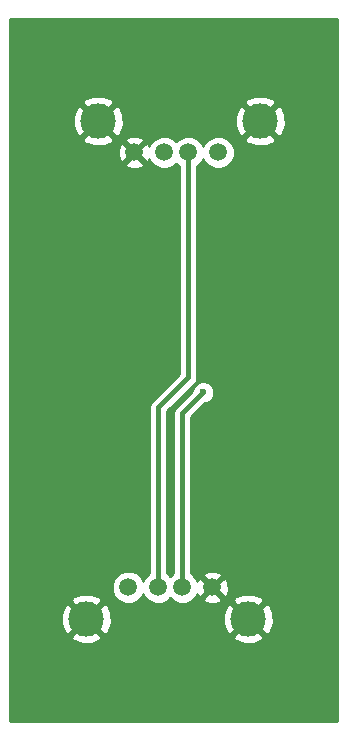
<source format=gtl>
G04 #@! TF.FileFunction,Copper,L1,Top,Signal*
%FSLAX46Y46*%
G04 Gerber Fmt 4.6, Leading zero omitted, Abs format (unit mm)*
G04 Created by KiCad (PCBNEW 4.0.4-stable) date 09/22/16 21:37:27*
%MOMM*%
%LPD*%
G01*
G04 APERTURE LIST*
%ADD10C,0.100000*%
%ADD11C,1.501140*%
%ADD12C,2.999740*%
%ADD13C,0.600000*%
%ADD14C,0.440000*%
%ADD15C,0.254000*%
G04 APERTURE END LIST*
D10*
D11*
X121412860Y-107947880D03*
X118872860Y-107947880D03*
X116840860Y-107947880D03*
X114300860Y-107947880D03*
D12*
X124460860Y-110614880D03*
X110744860Y-110614880D03*
D11*
X114807140Y-71122120D03*
X117347140Y-71122120D03*
X119379140Y-71122120D03*
X121919140Y-71122120D03*
D12*
X111759140Y-68455120D03*
X125475140Y-68455120D03*
D13*
X120650000Y-91440000D03*
D14*
X118872860Y-107947880D02*
X118872860Y-93217140D01*
X118872860Y-93217140D02*
X120650000Y-91440000D01*
X116840860Y-107947880D02*
X116840860Y-92709140D01*
X116840860Y-92709140D02*
X119379140Y-90170860D01*
X119379140Y-90170860D02*
X119379140Y-71122120D01*
D15*
G36*
X131953000Y-119253000D02*
X104267000Y-119253000D01*
X104267000Y-112128757D01*
X109410588Y-112128757D01*
X109570355Y-112447512D01*
X110361077Y-112757475D01*
X111210226Y-112741247D01*
X111919365Y-112447512D01*
X112079132Y-112128757D01*
X123126588Y-112128757D01*
X123286355Y-112447512D01*
X124077077Y-112757475D01*
X124926226Y-112741247D01*
X125635365Y-112447512D01*
X125795132Y-112128757D01*
X124460860Y-110794485D01*
X123126588Y-112128757D01*
X112079132Y-112128757D01*
X110744860Y-110794485D01*
X109410588Y-112128757D01*
X104267000Y-112128757D01*
X104267000Y-110231097D01*
X108602265Y-110231097D01*
X108618493Y-111080246D01*
X108912228Y-111789385D01*
X109230983Y-111949152D01*
X110565255Y-110614880D01*
X110924465Y-110614880D01*
X112258737Y-111949152D01*
X112577492Y-111789385D01*
X112887455Y-110998663D01*
X112872787Y-110231097D01*
X122318265Y-110231097D01*
X122334493Y-111080246D01*
X122628228Y-111789385D01*
X122946983Y-111949152D01*
X124281255Y-110614880D01*
X124640465Y-110614880D01*
X125974737Y-111949152D01*
X126293492Y-111789385D01*
X126603455Y-110998663D01*
X126587227Y-110149514D01*
X126293492Y-109440375D01*
X125974737Y-109280608D01*
X124640465Y-110614880D01*
X124281255Y-110614880D01*
X122946983Y-109280608D01*
X122628228Y-109440375D01*
X122318265Y-110231097D01*
X112872787Y-110231097D01*
X112871227Y-110149514D01*
X112577492Y-109440375D01*
X112258737Y-109280608D01*
X110924465Y-110614880D01*
X110565255Y-110614880D01*
X109230983Y-109280608D01*
X108912228Y-109440375D01*
X108602265Y-110231097D01*
X104267000Y-110231097D01*
X104267000Y-109101003D01*
X109410588Y-109101003D01*
X110744860Y-110435275D01*
X112079132Y-109101003D01*
X111919365Y-108782248D01*
X111128643Y-108472285D01*
X110279494Y-108488513D01*
X109570355Y-108782248D01*
X109410588Y-109101003D01*
X104267000Y-109101003D01*
X104267000Y-108222278D01*
X112915050Y-108222278D01*
X113125546Y-108731717D01*
X113514973Y-109121824D01*
X114024044Y-109333209D01*
X114575258Y-109333690D01*
X115084697Y-109123194D01*
X115474804Y-108733767D01*
X115570835Y-108502499D01*
X115665546Y-108731717D01*
X116054973Y-109121824D01*
X116564044Y-109333209D01*
X117115258Y-109333690D01*
X117624697Y-109123194D01*
X117856923Y-108891373D01*
X118086973Y-109121824D01*
X118596044Y-109333209D01*
X119147258Y-109333690D01*
X119656697Y-109123194D01*
X119860436Y-108919810D01*
X120620535Y-108919810D01*
X120688595Y-109160811D01*
X121207894Y-109345647D01*
X121758398Y-109317685D01*
X122137125Y-109160811D01*
X122154015Y-109101003D01*
X123126588Y-109101003D01*
X124460860Y-110435275D01*
X125795132Y-109101003D01*
X125635365Y-108782248D01*
X124844643Y-108472285D01*
X123995494Y-108488513D01*
X123286355Y-108782248D01*
X123126588Y-109101003D01*
X122154015Y-109101003D01*
X122205185Y-108919810D01*
X121412860Y-108127485D01*
X120620535Y-108919810D01*
X119860436Y-108919810D01*
X120046804Y-108733767D01*
X120136239Y-108518384D01*
X120199929Y-108672145D01*
X120440930Y-108740205D01*
X121233255Y-107947880D01*
X121592465Y-107947880D01*
X122384790Y-108740205D01*
X122625791Y-108672145D01*
X122810627Y-108152846D01*
X122782665Y-107602342D01*
X122625791Y-107223615D01*
X122384790Y-107155555D01*
X121592465Y-107947880D01*
X121233255Y-107947880D01*
X120440930Y-107155555D01*
X120199929Y-107223615D01*
X120141091Y-107388920D01*
X120048174Y-107164043D01*
X119860409Y-106975950D01*
X120620535Y-106975950D01*
X121412860Y-107768275D01*
X122205185Y-106975950D01*
X122137125Y-106734949D01*
X121617826Y-106550113D01*
X121067322Y-106578075D01*
X120688595Y-106734949D01*
X120620535Y-106975950D01*
X119860409Y-106975950D01*
X119658747Y-106773936D01*
X119632860Y-106763187D01*
X119632860Y-93531942D01*
X120789680Y-92375122D01*
X120835167Y-92375162D01*
X121178943Y-92233117D01*
X121442192Y-91970327D01*
X121584838Y-91626799D01*
X121585162Y-91254833D01*
X121443117Y-90911057D01*
X121180327Y-90647808D01*
X120836799Y-90505162D01*
X120464833Y-90504838D01*
X120121057Y-90646883D01*
X119857808Y-90909673D01*
X119715162Y-91253201D01*
X119715121Y-91300076D01*
X118335459Y-92679739D01*
X118170712Y-92926301D01*
X118112860Y-93217140D01*
X118112860Y-106762717D01*
X118089023Y-106772566D01*
X117856797Y-107004387D01*
X117626747Y-106773936D01*
X117600860Y-106763187D01*
X117600860Y-93023942D01*
X119916541Y-90708261D01*
X120081288Y-90461699D01*
X120139140Y-90170860D01*
X120139140Y-72307283D01*
X120162977Y-72297434D01*
X120553084Y-71908007D01*
X120649115Y-71676739D01*
X120743826Y-71905957D01*
X121133253Y-72296064D01*
X121642324Y-72507449D01*
X122193538Y-72507930D01*
X122702977Y-72297434D01*
X123093084Y-71908007D01*
X123304469Y-71398936D01*
X123304950Y-70847722D01*
X123094454Y-70338283D01*
X122725812Y-69968997D01*
X124140868Y-69968997D01*
X124300635Y-70287752D01*
X125091357Y-70597715D01*
X125940506Y-70581487D01*
X126649645Y-70287752D01*
X126809412Y-69968997D01*
X125475140Y-68634725D01*
X124140868Y-69968997D01*
X122725812Y-69968997D01*
X122705027Y-69948176D01*
X122195956Y-69736791D01*
X121644742Y-69736310D01*
X121135303Y-69946806D01*
X120745196Y-70336233D01*
X120649165Y-70567501D01*
X120554454Y-70338283D01*
X120165027Y-69948176D01*
X119655956Y-69736791D01*
X119104742Y-69736310D01*
X118595303Y-69946806D01*
X118363077Y-70178627D01*
X118133027Y-69948176D01*
X117623956Y-69736791D01*
X117072742Y-69736310D01*
X116563303Y-69946806D01*
X116173196Y-70336233D01*
X116083761Y-70551616D01*
X116020071Y-70397855D01*
X115779070Y-70329795D01*
X114986745Y-71122120D01*
X115779070Y-71914445D01*
X116020071Y-71846385D01*
X116078909Y-71681080D01*
X116171826Y-71905957D01*
X116561253Y-72296064D01*
X117070324Y-72507449D01*
X117621538Y-72507930D01*
X118130977Y-72297434D01*
X118363203Y-72065613D01*
X118593253Y-72296064D01*
X118619140Y-72306813D01*
X118619140Y-89856058D01*
X116303459Y-92171739D01*
X116138712Y-92418301D01*
X116080860Y-92709140D01*
X116080860Y-106762717D01*
X116057023Y-106772566D01*
X115666916Y-107161993D01*
X115570885Y-107393261D01*
X115476174Y-107164043D01*
X115086747Y-106773936D01*
X114577676Y-106562551D01*
X114026462Y-106562070D01*
X113517023Y-106772566D01*
X113126916Y-107161993D01*
X112915531Y-107671064D01*
X112915050Y-108222278D01*
X104267000Y-108222278D01*
X104267000Y-72094050D01*
X114014815Y-72094050D01*
X114082875Y-72335051D01*
X114602174Y-72519887D01*
X115152678Y-72491925D01*
X115531405Y-72335051D01*
X115599465Y-72094050D01*
X114807140Y-71301725D01*
X114014815Y-72094050D01*
X104267000Y-72094050D01*
X104267000Y-70917154D01*
X113409373Y-70917154D01*
X113437335Y-71467658D01*
X113594209Y-71846385D01*
X113835210Y-71914445D01*
X114627535Y-71122120D01*
X113835210Y-70329795D01*
X113594209Y-70397855D01*
X113409373Y-70917154D01*
X104267000Y-70917154D01*
X104267000Y-69968997D01*
X110424868Y-69968997D01*
X110584635Y-70287752D01*
X111375357Y-70597715D01*
X112224506Y-70581487D01*
X112933645Y-70287752D01*
X113002594Y-70150190D01*
X114014815Y-70150190D01*
X114807140Y-70942515D01*
X115599465Y-70150190D01*
X115531405Y-69909189D01*
X115012106Y-69724353D01*
X114461602Y-69752315D01*
X114082875Y-69909189D01*
X114014815Y-70150190D01*
X113002594Y-70150190D01*
X113093412Y-69968997D01*
X111759140Y-68634725D01*
X110424868Y-69968997D01*
X104267000Y-69968997D01*
X104267000Y-68071337D01*
X109616545Y-68071337D01*
X109632773Y-68920486D01*
X109926508Y-69629625D01*
X110245263Y-69789392D01*
X111579535Y-68455120D01*
X111938745Y-68455120D01*
X113273017Y-69789392D01*
X113591772Y-69629625D01*
X113901735Y-68838903D01*
X113887067Y-68071337D01*
X123332545Y-68071337D01*
X123348773Y-68920486D01*
X123642508Y-69629625D01*
X123961263Y-69789392D01*
X125295535Y-68455120D01*
X125654745Y-68455120D01*
X126989017Y-69789392D01*
X127307772Y-69629625D01*
X127617735Y-68838903D01*
X127601507Y-67989754D01*
X127307772Y-67280615D01*
X126989017Y-67120848D01*
X125654745Y-68455120D01*
X125295535Y-68455120D01*
X123961263Y-67120848D01*
X123642508Y-67280615D01*
X123332545Y-68071337D01*
X113887067Y-68071337D01*
X113885507Y-67989754D01*
X113591772Y-67280615D01*
X113273017Y-67120848D01*
X111938745Y-68455120D01*
X111579535Y-68455120D01*
X110245263Y-67120848D01*
X109926508Y-67280615D01*
X109616545Y-68071337D01*
X104267000Y-68071337D01*
X104267000Y-66941243D01*
X110424868Y-66941243D01*
X111759140Y-68275515D01*
X113093412Y-66941243D01*
X124140868Y-66941243D01*
X125475140Y-68275515D01*
X126809412Y-66941243D01*
X126649645Y-66622488D01*
X125858923Y-66312525D01*
X125009774Y-66328753D01*
X124300635Y-66622488D01*
X124140868Y-66941243D01*
X113093412Y-66941243D01*
X112933645Y-66622488D01*
X112142923Y-66312525D01*
X111293774Y-66328753D01*
X110584635Y-66622488D01*
X110424868Y-66941243D01*
X104267000Y-66941243D01*
X104267000Y-59817000D01*
X131953000Y-59817000D01*
X131953000Y-119253000D01*
X131953000Y-119253000D01*
G37*
X131953000Y-119253000D02*
X104267000Y-119253000D01*
X104267000Y-112128757D01*
X109410588Y-112128757D01*
X109570355Y-112447512D01*
X110361077Y-112757475D01*
X111210226Y-112741247D01*
X111919365Y-112447512D01*
X112079132Y-112128757D01*
X123126588Y-112128757D01*
X123286355Y-112447512D01*
X124077077Y-112757475D01*
X124926226Y-112741247D01*
X125635365Y-112447512D01*
X125795132Y-112128757D01*
X124460860Y-110794485D01*
X123126588Y-112128757D01*
X112079132Y-112128757D01*
X110744860Y-110794485D01*
X109410588Y-112128757D01*
X104267000Y-112128757D01*
X104267000Y-110231097D01*
X108602265Y-110231097D01*
X108618493Y-111080246D01*
X108912228Y-111789385D01*
X109230983Y-111949152D01*
X110565255Y-110614880D01*
X110924465Y-110614880D01*
X112258737Y-111949152D01*
X112577492Y-111789385D01*
X112887455Y-110998663D01*
X112872787Y-110231097D01*
X122318265Y-110231097D01*
X122334493Y-111080246D01*
X122628228Y-111789385D01*
X122946983Y-111949152D01*
X124281255Y-110614880D01*
X124640465Y-110614880D01*
X125974737Y-111949152D01*
X126293492Y-111789385D01*
X126603455Y-110998663D01*
X126587227Y-110149514D01*
X126293492Y-109440375D01*
X125974737Y-109280608D01*
X124640465Y-110614880D01*
X124281255Y-110614880D01*
X122946983Y-109280608D01*
X122628228Y-109440375D01*
X122318265Y-110231097D01*
X112872787Y-110231097D01*
X112871227Y-110149514D01*
X112577492Y-109440375D01*
X112258737Y-109280608D01*
X110924465Y-110614880D01*
X110565255Y-110614880D01*
X109230983Y-109280608D01*
X108912228Y-109440375D01*
X108602265Y-110231097D01*
X104267000Y-110231097D01*
X104267000Y-109101003D01*
X109410588Y-109101003D01*
X110744860Y-110435275D01*
X112079132Y-109101003D01*
X111919365Y-108782248D01*
X111128643Y-108472285D01*
X110279494Y-108488513D01*
X109570355Y-108782248D01*
X109410588Y-109101003D01*
X104267000Y-109101003D01*
X104267000Y-108222278D01*
X112915050Y-108222278D01*
X113125546Y-108731717D01*
X113514973Y-109121824D01*
X114024044Y-109333209D01*
X114575258Y-109333690D01*
X115084697Y-109123194D01*
X115474804Y-108733767D01*
X115570835Y-108502499D01*
X115665546Y-108731717D01*
X116054973Y-109121824D01*
X116564044Y-109333209D01*
X117115258Y-109333690D01*
X117624697Y-109123194D01*
X117856923Y-108891373D01*
X118086973Y-109121824D01*
X118596044Y-109333209D01*
X119147258Y-109333690D01*
X119656697Y-109123194D01*
X119860436Y-108919810D01*
X120620535Y-108919810D01*
X120688595Y-109160811D01*
X121207894Y-109345647D01*
X121758398Y-109317685D01*
X122137125Y-109160811D01*
X122154015Y-109101003D01*
X123126588Y-109101003D01*
X124460860Y-110435275D01*
X125795132Y-109101003D01*
X125635365Y-108782248D01*
X124844643Y-108472285D01*
X123995494Y-108488513D01*
X123286355Y-108782248D01*
X123126588Y-109101003D01*
X122154015Y-109101003D01*
X122205185Y-108919810D01*
X121412860Y-108127485D01*
X120620535Y-108919810D01*
X119860436Y-108919810D01*
X120046804Y-108733767D01*
X120136239Y-108518384D01*
X120199929Y-108672145D01*
X120440930Y-108740205D01*
X121233255Y-107947880D01*
X121592465Y-107947880D01*
X122384790Y-108740205D01*
X122625791Y-108672145D01*
X122810627Y-108152846D01*
X122782665Y-107602342D01*
X122625791Y-107223615D01*
X122384790Y-107155555D01*
X121592465Y-107947880D01*
X121233255Y-107947880D01*
X120440930Y-107155555D01*
X120199929Y-107223615D01*
X120141091Y-107388920D01*
X120048174Y-107164043D01*
X119860409Y-106975950D01*
X120620535Y-106975950D01*
X121412860Y-107768275D01*
X122205185Y-106975950D01*
X122137125Y-106734949D01*
X121617826Y-106550113D01*
X121067322Y-106578075D01*
X120688595Y-106734949D01*
X120620535Y-106975950D01*
X119860409Y-106975950D01*
X119658747Y-106773936D01*
X119632860Y-106763187D01*
X119632860Y-93531942D01*
X120789680Y-92375122D01*
X120835167Y-92375162D01*
X121178943Y-92233117D01*
X121442192Y-91970327D01*
X121584838Y-91626799D01*
X121585162Y-91254833D01*
X121443117Y-90911057D01*
X121180327Y-90647808D01*
X120836799Y-90505162D01*
X120464833Y-90504838D01*
X120121057Y-90646883D01*
X119857808Y-90909673D01*
X119715162Y-91253201D01*
X119715121Y-91300076D01*
X118335459Y-92679739D01*
X118170712Y-92926301D01*
X118112860Y-93217140D01*
X118112860Y-106762717D01*
X118089023Y-106772566D01*
X117856797Y-107004387D01*
X117626747Y-106773936D01*
X117600860Y-106763187D01*
X117600860Y-93023942D01*
X119916541Y-90708261D01*
X120081288Y-90461699D01*
X120139140Y-90170860D01*
X120139140Y-72307283D01*
X120162977Y-72297434D01*
X120553084Y-71908007D01*
X120649115Y-71676739D01*
X120743826Y-71905957D01*
X121133253Y-72296064D01*
X121642324Y-72507449D01*
X122193538Y-72507930D01*
X122702977Y-72297434D01*
X123093084Y-71908007D01*
X123304469Y-71398936D01*
X123304950Y-70847722D01*
X123094454Y-70338283D01*
X122725812Y-69968997D01*
X124140868Y-69968997D01*
X124300635Y-70287752D01*
X125091357Y-70597715D01*
X125940506Y-70581487D01*
X126649645Y-70287752D01*
X126809412Y-69968997D01*
X125475140Y-68634725D01*
X124140868Y-69968997D01*
X122725812Y-69968997D01*
X122705027Y-69948176D01*
X122195956Y-69736791D01*
X121644742Y-69736310D01*
X121135303Y-69946806D01*
X120745196Y-70336233D01*
X120649165Y-70567501D01*
X120554454Y-70338283D01*
X120165027Y-69948176D01*
X119655956Y-69736791D01*
X119104742Y-69736310D01*
X118595303Y-69946806D01*
X118363077Y-70178627D01*
X118133027Y-69948176D01*
X117623956Y-69736791D01*
X117072742Y-69736310D01*
X116563303Y-69946806D01*
X116173196Y-70336233D01*
X116083761Y-70551616D01*
X116020071Y-70397855D01*
X115779070Y-70329795D01*
X114986745Y-71122120D01*
X115779070Y-71914445D01*
X116020071Y-71846385D01*
X116078909Y-71681080D01*
X116171826Y-71905957D01*
X116561253Y-72296064D01*
X117070324Y-72507449D01*
X117621538Y-72507930D01*
X118130977Y-72297434D01*
X118363203Y-72065613D01*
X118593253Y-72296064D01*
X118619140Y-72306813D01*
X118619140Y-89856058D01*
X116303459Y-92171739D01*
X116138712Y-92418301D01*
X116080860Y-92709140D01*
X116080860Y-106762717D01*
X116057023Y-106772566D01*
X115666916Y-107161993D01*
X115570885Y-107393261D01*
X115476174Y-107164043D01*
X115086747Y-106773936D01*
X114577676Y-106562551D01*
X114026462Y-106562070D01*
X113517023Y-106772566D01*
X113126916Y-107161993D01*
X112915531Y-107671064D01*
X112915050Y-108222278D01*
X104267000Y-108222278D01*
X104267000Y-72094050D01*
X114014815Y-72094050D01*
X114082875Y-72335051D01*
X114602174Y-72519887D01*
X115152678Y-72491925D01*
X115531405Y-72335051D01*
X115599465Y-72094050D01*
X114807140Y-71301725D01*
X114014815Y-72094050D01*
X104267000Y-72094050D01*
X104267000Y-70917154D01*
X113409373Y-70917154D01*
X113437335Y-71467658D01*
X113594209Y-71846385D01*
X113835210Y-71914445D01*
X114627535Y-71122120D01*
X113835210Y-70329795D01*
X113594209Y-70397855D01*
X113409373Y-70917154D01*
X104267000Y-70917154D01*
X104267000Y-69968997D01*
X110424868Y-69968997D01*
X110584635Y-70287752D01*
X111375357Y-70597715D01*
X112224506Y-70581487D01*
X112933645Y-70287752D01*
X113002594Y-70150190D01*
X114014815Y-70150190D01*
X114807140Y-70942515D01*
X115599465Y-70150190D01*
X115531405Y-69909189D01*
X115012106Y-69724353D01*
X114461602Y-69752315D01*
X114082875Y-69909189D01*
X114014815Y-70150190D01*
X113002594Y-70150190D01*
X113093412Y-69968997D01*
X111759140Y-68634725D01*
X110424868Y-69968997D01*
X104267000Y-69968997D01*
X104267000Y-68071337D01*
X109616545Y-68071337D01*
X109632773Y-68920486D01*
X109926508Y-69629625D01*
X110245263Y-69789392D01*
X111579535Y-68455120D01*
X111938745Y-68455120D01*
X113273017Y-69789392D01*
X113591772Y-69629625D01*
X113901735Y-68838903D01*
X113887067Y-68071337D01*
X123332545Y-68071337D01*
X123348773Y-68920486D01*
X123642508Y-69629625D01*
X123961263Y-69789392D01*
X125295535Y-68455120D01*
X125654745Y-68455120D01*
X126989017Y-69789392D01*
X127307772Y-69629625D01*
X127617735Y-68838903D01*
X127601507Y-67989754D01*
X127307772Y-67280615D01*
X126989017Y-67120848D01*
X125654745Y-68455120D01*
X125295535Y-68455120D01*
X123961263Y-67120848D01*
X123642508Y-67280615D01*
X123332545Y-68071337D01*
X113887067Y-68071337D01*
X113885507Y-67989754D01*
X113591772Y-67280615D01*
X113273017Y-67120848D01*
X111938745Y-68455120D01*
X111579535Y-68455120D01*
X110245263Y-67120848D01*
X109926508Y-67280615D01*
X109616545Y-68071337D01*
X104267000Y-68071337D01*
X104267000Y-66941243D01*
X110424868Y-66941243D01*
X111759140Y-68275515D01*
X113093412Y-66941243D01*
X124140868Y-66941243D01*
X125475140Y-68275515D01*
X126809412Y-66941243D01*
X126649645Y-66622488D01*
X125858923Y-66312525D01*
X125009774Y-66328753D01*
X124300635Y-66622488D01*
X124140868Y-66941243D01*
X113093412Y-66941243D01*
X112933645Y-66622488D01*
X112142923Y-66312525D01*
X111293774Y-66328753D01*
X110584635Y-66622488D01*
X110424868Y-66941243D01*
X104267000Y-66941243D01*
X104267000Y-59817000D01*
X131953000Y-59817000D01*
X131953000Y-119253000D01*
M02*

</source>
